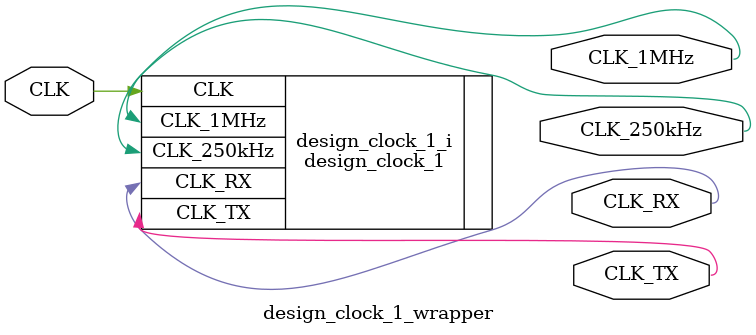
<source format=v>
`timescale 1 ps / 1 ps

module design_clock_1_wrapper
   (CLK,
    CLK_1MHz,
    CLK_250kHz,
    CLK_RX,
    CLK_TX);
  input CLK;
  output CLK_1MHz;
  output CLK_250kHz;
  output CLK_RX;
  output CLK_TX;

  wire CLK;
  wire CLK_1MHz;
  wire CLK_250kHz;
  wire CLK_RX;
  wire CLK_TX;

  design_clock_1 design_clock_1_i
       (.CLK(CLK),
        .CLK_1MHz(CLK_1MHz),
        .CLK_250kHz(CLK_250kHz),
        .CLK_RX(CLK_RX),
        .CLK_TX(CLK_TX));
endmodule

</source>
